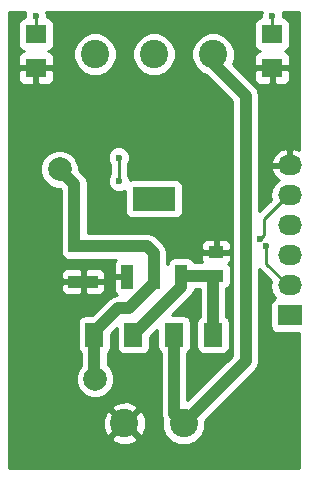
<source format=gbr>
G04 #@! TF.FileFunction,Copper,L1,Top,Signal*
%FSLAX46Y46*%
G04 Gerber Fmt 4.6, Leading zero omitted, Abs format (unit mm)*
G04 Created by KiCad (PCBNEW 4.0.2-stable) date Fri May 27 18:17:46 2016*
%MOMM*%
G01*
G04 APERTURE LIST*
%ADD10C,0.100000*%
%ADD11R,2.032000X1.727200*%
%ADD12O,2.032000X1.727200*%
%ADD13R,1.250000X1.000000*%
%ADD14R,2.500000X1.000000*%
%ADD15R,3.657600X2.032000*%
%ADD16R,1.016000X2.032000*%
%ADD17R,1.800860X1.597660*%
%ADD18R,1.524000X2.032000*%
%ADD19C,2.400000*%
%ADD20C,2.000000*%
%ADD21C,0.600000*%
%ADD22C,1.000000*%
%ADD23C,0.250000*%
%ADD24C,0.254000*%
G04 APERTURE END LIST*
D10*
D11*
X76500000Y-45370000D03*
D12*
X76500000Y-42830000D03*
X76500000Y-40290000D03*
X76500000Y-37750000D03*
X76500000Y-35210000D03*
X76500000Y-32670000D03*
D13*
X70250000Y-42000000D03*
X70250000Y-40000000D03*
D14*
X59000000Y-39500000D03*
X59000000Y-42500000D03*
D15*
X65000000Y-35500000D03*
D16*
X65000000Y-42104000D03*
X67286000Y-42104000D03*
X62714000Y-42104000D03*
D17*
X75000000Y-21580140D03*
X75000000Y-24419860D03*
X55000000Y-21580140D03*
X55000000Y-24419860D03*
D18*
X70000000Y-47000000D03*
X66698000Y-47000000D03*
X63250000Y-47000000D03*
X59948000Y-47000000D03*
D19*
X60000000Y-23250000D03*
X70000000Y-23250000D03*
X65000000Y-23250000D03*
X62500000Y-54500000D03*
X67500000Y-54500000D03*
D20*
X57000000Y-45000000D03*
X61500000Y-28250000D03*
X57000000Y-33000000D03*
X60000000Y-50750000D03*
D21*
X75000000Y-20000000D03*
X55000000Y-20000000D03*
X74500000Y-39500000D03*
X62000000Y-32000000D03*
X62000000Y-34000000D03*
X74000000Y-38875010D03*
D22*
X70250000Y-42000000D02*
X67390000Y-42000000D01*
X67390000Y-42000000D02*
X67286000Y-42104000D01*
X70000000Y-47000000D02*
X70000000Y-42250000D01*
X70000000Y-42250000D02*
X70250000Y-42000000D01*
X63250000Y-47000000D02*
X67286000Y-42964000D01*
X57999999Y-33999999D02*
X57000000Y-33000000D01*
X58250000Y-34250000D02*
X57999999Y-33999999D01*
X58250000Y-39500000D02*
X58250000Y-34250000D01*
X59948000Y-47000000D02*
X59948000Y-50698000D01*
X59948000Y-50698000D02*
X60000000Y-50750000D01*
X65000000Y-42104000D02*
X65000000Y-40088000D01*
X65000000Y-40088000D02*
X64412000Y-39500000D01*
X64412000Y-39500000D02*
X58250000Y-39500000D01*
X61944000Y-44750000D02*
X62862000Y-44750000D01*
X62862000Y-44750000D02*
X65000000Y-42612000D01*
X65000000Y-42612000D02*
X65000000Y-42104000D01*
X59948000Y-47000000D02*
X59948000Y-46746000D01*
X59948000Y-46746000D02*
X61944000Y-44750000D01*
D23*
X75000000Y-21001020D02*
X75000000Y-20000000D01*
X55000000Y-21001020D02*
X55000000Y-20000000D01*
X74500000Y-39500000D02*
X74500000Y-40982400D01*
X74500000Y-40982400D02*
X76347600Y-42830000D01*
X76347600Y-42830000D02*
X76500000Y-42830000D01*
X76347600Y-42790000D02*
X76500000Y-42790000D01*
X62000000Y-34000000D02*
X62000000Y-32000000D01*
D22*
X67500000Y-54500000D02*
X72750000Y-49250000D01*
X72750000Y-49250000D02*
X72750000Y-26750000D01*
X72750000Y-26750000D02*
X70000000Y-24000000D01*
X70000000Y-24000000D02*
X70000000Y-23250000D01*
X66698000Y-47000000D02*
X66698000Y-53698000D01*
X66698000Y-53698000D02*
X67500000Y-54500000D01*
D23*
X74750000Y-36767600D02*
X75000000Y-36517600D01*
X74000000Y-38875010D02*
X74299999Y-38575011D01*
X75000000Y-36517600D02*
X76347600Y-35170000D01*
X74299999Y-38575011D02*
X74299999Y-37217601D01*
X74299999Y-37217601D02*
X75000000Y-36517600D01*
X76347600Y-35170000D02*
X76500000Y-35170000D01*
D24*
G36*
X54065162Y-19813201D02*
X54064877Y-20140398D01*
X53864253Y-20178148D01*
X53648129Y-20317220D01*
X53503139Y-20529420D01*
X53452130Y-20781310D01*
X53452130Y-22378970D01*
X53496408Y-22614287D01*
X53635480Y-22830411D01*
X53847680Y-22975401D01*
X53949259Y-22995971D01*
X53739871Y-23082703D01*
X53561243Y-23261332D01*
X53464570Y-23494721D01*
X53464570Y-24134110D01*
X53623320Y-24292860D01*
X54873000Y-24292860D01*
X54873000Y-24272860D01*
X55127000Y-24272860D01*
X55127000Y-24292860D01*
X56376680Y-24292860D01*
X56535430Y-24134110D01*
X56535430Y-23613403D01*
X58164682Y-23613403D01*
X58443455Y-24288086D01*
X58959199Y-24804730D01*
X59633395Y-25084681D01*
X60363403Y-25085318D01*
X61038086Y-24806545D01*
X61554730Y-24290801D01*
X61834681Y-23616605D01*
X61834683Y-23613403D01*
X63164682Y-23613403D01*
X63443455Y-24288086D01*
X63959199Y-24804730D01*
X64633395Y-25084681D01*
X65363403Y-25085318D01*
X66038086Y-24806545D01*
X66554730Y-24290801D01*
X66834681Y-23616605D01*
X66835318Y-22886597D01*
X66556545Y-22211914D01*
X66040801Y-21695270D01*
X65366605Y-21415319D01*
X64636597Y-21414682D01*
X63961914Y-21693455D01*
X63445270Y-22209199D01*
X63165319Y-22883395D01*
X63164682Y-23613403D01*
X61834683Y-23613403D01*
X61835318Y-22886597D01*
X61556545Y-22211914D01*
X61040801Y-21695270D01*
X60366605Y-21415319D01*
X59636597Y-21414682D01*
X58961914Y-21693455D01*
X58445270Y-22209199D01*
X58165319Y-22883395D01*
X58164682Y-23613403D01*
X56535430Y-23613403D01*
X56535430Y-23494721D01*
X56438757Y-23261332D01*
X56260129Y-23082703D01*
X56054319Y-22997454D01*
X56135747Y-22982132D01*
X56351871Y-22843060D01*
X56496861Y-22630860D01*
X56547870Y-22378970D01*
X56547870Y-20781310D01*
X56503592Y-20545993D01*
X56364520Y-20329869D01*
X56152320Y-20184879D01*
X55934878Y-20140846D01*
X55935162Y-19814833D01*
X55891846Y-19710000D01*
X74108015Y-19710000D01*
X74065162Y-19813201D01*
X74064877Y-20140398D01*
X73864253Y-20178148D01*
X73648129Y-20317220D01*
X73503139Y-20529420D01*
X73452130Y-20781310D01*
X73452130Y-22378970D01*
X73496408Y-22614287D01*
X73635480Y-22830411D01*
X73847680Y-22975401D01*
X73949259Y-22995971D01*
X73739871Y-23082703D01*
X73561243Y-23261332D01*
X73464570Y-23494721D01*
X73464570Y-24134110D01*
X73623320Y-24292860D01*
X74873000Y-24292860D01*
X74873000Y-24272860D01*
X75127000Y-24272860D01*
X75127000Y-24292860D01*
X76376680Y-24292860D01*
X76535430Y-24134110D01*
X76535430Y-23494721D01*
X76438757Y-23261332D01*
X76260129Y-23082703D01*
X76054319Y-22997454D01*
X76135747Y-22982132D01*
X76351871Y-22843060D01*
X76496861Y-22630860D01*
X76547870Y-22378970D01*
X76547870Y-20781310D01*
X76503592Y-20545993D01*
X76364520Y-20329869D01*
X76152320Y-20184879D01*
X75934878Y-20140846D01*
X75935162Y-19814833D01*
X75891846Y-19710000D01*
X77290000Y-19710000D01*
X77290000Y-31334559D01*
X76861913Y-31184816D01*
X76627000Y-31329076D01*
X76627000Y-32543000D01*
X76647000Y-32543000D01*
X76647000Y-32797000D01*
X76627000Y-32797000D01*
X76627000Y-32817000D01*
X76373000Y-32817000D01*
X76373000Y-32797000D01*
X75013783Y-32797000D01*
X74892642Y-33029026D01*
X74895291Y-33044791D01*
X75149268Y-33572036D01*
X75565069Y-33943539D01*
X75255585Y-34150330D01*
X74930729Y-34636511D01*
X74816655Y-35210000D01*
X74885698Y-35557100D01*
X73885000Y-36557798D01*
X73885000Y-32310974D01*
X74892642Y-32310974D01*
X75013783Y-32543000D01*
X76373000Y-32543000D01*
X76373000Y-31329076D01*
X76138087Y-31184816D01*
X75585680Y-31378046D01*
X75149268Y-31767964D01*
X74895291Y-32295209D01*
X74892642Y-32310974D01*
X73885000Y-32310974D01*
X73885000Y-26750000D01*
X73798603Y-26315654D01*
X73552566Y-25947434D01*
X72310742Y-24705610D01*
X73464570Y-24705610D01*
X73464570Y-25344999D01*
X73561243Y-25578388D01*
X73739871Y-25757017D01*
X73973260Y-25853690D01*
X74714250Y-25853690D01*
X74873000Y-25694940D01*
X74873000Y-24546860D01*
X75127000Y-24546860D01*
X75127000Y-25694940D01*
X75285750Y-25853690D01*
X76026740Y-25853690D01*
X76260129Y-25757017D01*
X76438757Y-25578388D01*
X76535430Y-25344999D01*
X76535430Y-24705610D01*
X76376680Y-24546860D01*
X75127000Y-24546860D01*
X74873000Y-24546860D01*
X73623320Y-24546860D01*
X73464570Y-24705610D01*
X72310742Y-24705610D01*
X71654840Y-24049708D01*
X71834681Y-23616605D01*
X71835318Y-22886597D01*
X71556545Y-22211914D01*
X71040801Y-21695270D01*
X70366605Y-21415319D01*
X69636597Y-21414682D01*
X68961914Y-21693455D01*
X68445270Y-22209199D01*
X68165319Y-22883395D01*
X68164682Y-23613403D01*
X68443455Y-24288086D01*
X68959199Y-24804730D01*
X69370304Y-24975436D01*
X71615000Y-27220132D01*
X71615000Y-48779868D01*
X67833000Y-52561868D01*
X67833000Y-48530565D01*
X67911441Y-48480090D01*
X68056431Y-48267890D01*
X68107440Y-48016000D01*
X68107440Y-45984000D01*
X68063162Y-45748683D01*
X67924090Y-45532559D01*
X67711890Y-45387569D01*
X67460000Y-45336560D01*
X66518572Y-45336560D01*
X68088566Y-43766566D01*
X68184132Y-43623541D01*
X68245441Y-43584090D01*
X68390431Y-43371890D01*
X68438402Y-43135000D01*
X68865000Y-43135000D01*
X68865000Y-45469435D01*
X68786559Y-45519910D01*
X68641569Y-45732110D01*
X68590560Y-45984000D01*
X68590560Y-48016000D01*
X68634838Y-48251317D01*
X68773910Y-48467441D01*
X68986110Y-48612431D01*
X69238000Y-48663440D01*
X70762000Y-48663440D01*
X70997317Y-48619162D01*
X71213441Y-48480090D01*
X71358431Y-48267890D01*
X71409440Y-48016000D01*
X71409440Y-45984000D01*
X71365162Y-45748683D01*
X71226090Y-45532559D01*
X71135000Y-45470320D01*
X71135000Y-43087279D01*
X71326441Y-42964090D01*
X71471431Y-42751890D01*
X71522440Y-42500000D01*
X71522440Y-41500000D01*
X71478162Y-41264683D01*
X71339090Y-41048559D01*
X71270994Y-41002031D01*
X71413327Y-40859698D01*
X71510000Y-40626309D01*
X71510000Y-40285750D01*
X71351250Y-40127000D01*
X70377000Y-40127000D01*
X70377000Y-40147000D01*
X70123000Y-40147000D01*
X70123000Y-40127000D01*
X69148750Y-40127000D01*
X68990000Y-40285750D01*
X68990000Y-40626309D01*
X69086673Y-40859698D01*
X69091975Y-40865000D01*
X68399480Y-40865000D01*
X68397162Y-40852683D01*
X68258090Y-40636559D01*
X68045890Y-40491569D01*
X67794000Y-40440560D01*
X66778000Y-40440560D01*
X66542683Y-40484838D01*
X66326559Y-40623910D01*
X66181569Y-40836110D01*
X66143457Y-41024314D01*
X66135000Y-40979371D01*
X66135000Y-40088000D01*
X66117496Y-40000000D01*
X66048604Y-39653655D01*
X65861538Y-39373691D01*
X68990000Y-39373691D01*
X68990000Y-39714250D01*
X69148750Y-39873000D01*
X70123000Y-39873000D01*
X70123000Y-39023750D01*
X70377000Y-39023750D01*
X70377000Y-39873000D01*
X71351250Y-39873000D01*
X71510000Y-39714250D01*
X71510000Y-39373691D01*
X71413327Y-39140302D01*
X71234699Y-38961673D01*
X71001310Y-38865000D01*
X70535750Y-38865000D01*
X70377000Y-39023750D01*
X70123000Y-39023750D01*
X69964250Y-38865000D01*
X69498690Y-38865000D01*
X69265301Y-38961673D01*
X69086673Y-39140302D01*
X68990000Y-39373691D01*
X65861538Y-39373691D01*
X65802566Y-39285434D01*
X65214566Y-38697434D01*
X65016122Y-38564838D01*
X64846346Y-38451397D01*
X64412000Y-38365000D01*
X60311431Y-38365000D01*
X60250000Y-38352560D01*
X59385000Y-38352560D01*
X59385000Y-34250000D01*
X59298603Y-33815654D01*
X59052566Y-33447434D01*
X58634975Y-33029843D01*
X58635284Y-32676205D01*
X58432391Y-32185167D01*
X61064838Y-32185167D01*
X61206883Y-32528943D01*
X61240000Y-32562118D01*
X61240000Y-33437537D01*
X61207808Y-33469673D01*
X61065162Y-33813201D01*
X61064838Y-34185167D01*
X61206883Y-34528943D01*
X61469673Y-34792192D01*
X61813201Y-34934838D01*
X62185167Y-34935162D01*
X62523760Y-34795259D01*
X62523760Y-36516000D01*
X62568038Y-36751317D01*
X62707110Y-36967441D01*
X62919310Y-37112431D01*
X63171200Y-37163440D01*
X66828800Y-37163440D01*
X67064117Y-37119162D01*
X67280241Y-36980090D01*
X67425231Y-36767890D01*
X67476240Y-36516000D01*
X67476240Y-34484000D01*
X67431962Y-34248683D01*
X67292890Y-34032559D01*
X67080690Y-33887569D01*
X66828800Y-33836560D01*
X63171200Y-33836560D01*
X62935883Y-33880838D01*
X62935104Y-33881339D01*
X62935162Y-33814833D01*
X62793117Y-33471057D01*
X62760000Y-33437882D01*
X62760000Y-32562463D01*
X62792192Y-32530327D01*
X62934838Y-32186799D01*
X62935162Y-31814833D01*
X62793117Y-31471057D01*
X62530327Y-31207808D01*
X62186799Y-31065162D01*
X61814833Y-31064838D01*
X61471057Y-31206883D01*
X61207808Y-31469673D01*
X61065162Y-31813201D01*
X61064838Y-32185167D01*
X58432391Y-32185167D01*
X58386894Y-32075057D01*
X57927363Y-31614722D01*
X57326648Y-31365284D01*
X56676205Y-31364716D01*
X56075057Y-31613106D01*
X55614722Y-32072637D01*
X55365284Y-32673352D01*
X55364716Y-33323795D01*
X55613106Y-33924943D01*
X56072637Y-34385278D01*
X56673352Y-34634716D01*
X57029895Y-34635027D01*
X57115000Y-34720132D01*
X57115000Y-38938569D01*
X57102560Y-39000000D01*
X57102560Y-40000000D01*
X57146838Y-40235317D01*
X57285910Y-40451441D01*
X57498110Y-40596431D01*
X57750000Y-40647440D01*
X60250000Y-40647440D01*
X60316113Y-40635000D01*
X61760975Y-40635000D01*
X61667673Y-40728301D01*
X61571000Y-40961690D01*
X61571000Y-41818250D01*
X61729750Y-41977000D01*
X62587000Y-41977000D01*
X62587000Y-41957000D01*
X62841000Y-41957000D01*
X62841000Y-41977000D01*
X62861000Y-41977000D01*
X62861000Y-42231000D01*
X62841000Y-42231000D01*
X62841000Y-42251000D01*
X62587000Y-42251000D01*
X62587000Y-42231000D01*
X61729750Y-42231000D01*
X61571000Y-42389750D01*
X61571000Y-43246310D01*
X61667673Y-43479699D01*
X61826373Y-43638398D01*
X61509654Y-43701397D01*
X61273845Y-43858960D01*
X61141434Y-43947434D01*
X59752308Y-45336560D01*
X59186000Y-45336560D01*
X58950683Y-45380838D01*
X58734559Y-45519910D01*
X58589569Y-45732110D01*
X58538560Y-45984000D01*
X58538560Y-48016000D01*
X58582838Y-48251317D01*
X58721910Y-48467441D01*
X58813000Y-48529680D01*
X58813000Y-49624705D01*
X58614722Y-49822637D01*
X58365284Y-50423352D01*
X58364716Y-51073795D01*
X58613106Y-51674943D01*
X59072637Y-52135278D01*
X59673352Y-52384716D01*
X60323795Y-52385284D01*
X60924943Y-52136894D01*
X61385278Y-51677363D01*
X61634716Y-51076648D01*
X61635284Y-50426205D01*
X61386894Y-49825057D01*
X61083000Y-49520631D01*
X61083000Y-48530565D01*
X61161441Y-48480090D01*
X61306431Y-48267890D01*
X61357440Y-48016000D01*
X61357440Y-46941692D01*
X61840560Y-46458572D01*
X61840560Y-48016000D01*
X61884838Y-48251317D01*
X62023910Y-48467441D01*
X62236110Y-48612431D01*
X62488000Y-48663440D01*
X64012000Y-48663440D01*
X64247317Y-48619162D01*
X64463441Y-48480090D01*
X64608431Y-48267890D01*
X64659440Y-48016000D01*
X64659440Y-47195692D01*
X65288560Y-46566572D01*
X65288560Y-48016000D01*
X65332838Y-48251317D01*
X65471910Y-48467441D01*
X65563000Y-48529680D01*
X65563000Y-53698000D01*
X65649397Y-54132346D01*
X65665299Y-54156145D01*
X65664682Y-54863403D01*
X65943455Y-55538086D01*
X66459199Y-56054730D01*
X67133395Y-56334681D01*
X67863403Y-56335318D01*
X68538086Y-56056545D01*
X69054730Y-55540801D01*
X69334681Y-54866605D01*
X69335202Y-54269930D01*
X73552566Y-50052566D01*
X73657558Y-49895434D01*
X73798603Y-49684346D01*
X73885000Y-49250000D01*
X73885000Y-41403666D01*
X73962599Y-41519801D01*
X74892334Y-42449536D01*
X74816655Y-42830000D01*
X74930729Y-43403489D01*
X75255585Y-43889670D01*
X75269913Y-43899243D01*
X75248683Y-43903238D01*
X75032559Y-44042310D01*
X74887569Y-44254510D01*
X74836560Y-44506400D01*
X74836560Y-46233600D01*
X74880838Y-46468917D01*
X75019910Y-46685041D01*
X75232110Y-46830031D01*
X75484000Y-46881040D01*
X77290000Y-46881040D01*
X77290000Y-58290000D01*
X52710000Y-58290000D01*
X52710000Y-55797175D01*
X61382430Y-55797175D01*
X61505565Y-56084788D01*
X62187734Y-56344707D01*
X62917443Y-56323786D01*
X63494435Y-56084788D01*
X63617570Y-55797175D01*
X62500000Y-54679605D01*
X61382430Y-55797175D01*
X52710000Y-55797175D01*
X52710000Y-54187734D01*
X60655293Y-54187734D01*
X60676214Y-54917443D01*
X60915212Y-55494435D01*
X61202825Y-55617570D01*
X62320395Y-54500000D01*
X62679605Y-54500000D01*
X63797175Y-55617570D01*
X64084788Y-55494435D01*
X64344707Y-54812266D01*
X64323786Y-54082557D01*
X64084788Y-53505565D01*
X63797175Y-53382430D01*
X62679605Y-54500000D01*
X62320395Y-54500000D01*
X61202825Y-53382430D01*
X60915212Y-53505565D01*
X60655293Y-54187734D01*
X52710000Y-54187734D01*
X52710000Y-53202825D01*
X61382430Y-53202825D01*
X62500000Y-54320395D01*
X63617570Y-53202825D01*
X63494435Y-52915212D01*
X62812266Y-52655293D01*
X62082557Y-52676214D01*
X61505565Y-52915212D01*
X61382430Y-53202825D01*
X52710000Y-53202825D01*
X52710000Y-42785750D01*
X57115000Y-42785750D01*
X57115000Y-43126309D01*
X57211673Y-43359698D01*
X57390301Y-43538327D01*
X57623690Y-43635000D01*
X58714250Y-43635000D01*
X58873000Y-43476250D01*
X58873000Y-42627000D01*
X59127000Y-42627000D01*
X59127000Y-43476250D01*
X59285750Y-43635000D01*
X60376310Y-43635000D01*
X60609699Y-43538327D01*
X60788327Y-43359698D01*
X60885000Y-43126309D01*
X60885000Y-42785750D01*
X60726250Y-42627000D01*
X59127000Y-42627000D01*
X58873000Y-42627000D01*
X57273750Y-42627000D01*
X57115000Y-42785750D01*
X52710000Y-42785750D01*
X52710000Y-41873691D01*
X57115000Y-41873691D01*
X57115000Y-42214250D01*
X57273750Y-42373000D01*
X58873000Y-42373000D01*
X58873000Y-41523750D01*
X59127000Y-41523750D01*
X59127000Y-42373000D01*
X60726250Y-42373000D01*
X60885000Y-42214250D01*
X60885000Y-41873691D01*
X60788327Y-41640302D01*
X60609699Y-41461673D01*
X60376310Y-41365000D01*
X59285750Y-41365000D01*
X59127000Y-41523750D01*
X58873000Y-41523750D01*
X58714250Y-41365000D01*
X57623690Y-41365000D01*
X57390301Y-41461673D01*
X57211673Y-41640302D01*
X57115000Y-41873691D01*
X52710000Y-41873691D01*
X52710000Y-24705610D01*
X53464570Y-24705610D01*
X53464570Y-25344999D01*
X53561243Y-25578388D01*
X53739871Y-25757017D01*
X53973260Y-25853690D01*
X54714250Y-25853690D01*
X54873000Y-25694940D01*
X54873000Y-24546860D01*
X55127000Y-24546860D01*
X55127000Y-25694940D01*
X55285750Y-25853690D01*
X56026740Y-25853690D01*
X56260129Y-25757017D01*
X56438757Y-25578388D01*
X56535430Y-25344999D01*
X56535430Y-24705610D01*
X56376680Y-24546860D01*
X55127000Y-24546860D01*
X54873000Y-24546860D01*
X53623320Y-24546860D01*
X53464570Y-24705610D01*
X52710000Y-24705610D01*
X52710000Y-19710000D01*
X54108015Y-19710000D01*
X54065162Y-19813201D01*
X54065162Y-19813201D01*
G37*
X54065162Y-19813201D02*
X54064877Y-20140398D01*
X53864253Y-20178148D01*
X53648129Y-20317220D01*
X53503139Y-20529420D01*
X53452130Y-20781310D01*
X53452130Y-22378970D01*
X53496408Y-22614287D01*
X53635480Y-22830411D01*
X53847680Y-22975401D01*
X53949259Y-22995971D01*
X53739871Y-23082703D01*
X53561243Y-23261332D01*
X53464570Y-23494721D01*
X53464570Y-24134110D01*
X53623320Y-24292860D01*
X54873000Y-24292860D01*
X54873000Y-24272860D01*
X55127000Y-24272860D01*
X55127000Y-24292860D01*
X56376680Y-24292860D01*
X56535430Y-24134110D01*
X56535430Y-23613403D01*
X58164682Y-23613403D01*
X58443455Y-24288086D01*
X58959199Y-24804730D01*
X59633395Y-25084681D01*
X60363403Y-25085318D01*
X61038086Y-24806545D01*
X61554730Y-24290801D01*
X61834681Y-23616605D01*
X61834683Y-23613403D01*
X63164682Y-23613403D01*
X63443455Y-24288086D01*
X63959199Y-24804730D01*
X64633395Y-25084681D01*
X65363403Y-25085318D01*
X66038086Y-24806545D01*
X66554730Y-24290801D01*
X66834681Y-23616605D01*
X66835318Y-22886597D01*
X66556545Y-22211914D01*
X66040801Y-21695270D01*
X65366605Y-21415319D01*
X64636597Y-21414682D01*
X63961914Y-21693455D01*
X63445270Y-22209199D01*
X63165319Y-22883395D01*
X63164682Y-23613403D01*
X61834683Y-23613403D01*
X61835318Y-22886597D01*
X61556545Y-22211914D01*
X61040801Y-21695270D01*
X60366605Y-21415319D01*
X59636597Y-21414682D01*
X58961914Y-21693455D01*
X58445270Y-22209199D01*
X58165319Y-22883395D01*
X58164682Y-23613403D01*
X56535430Y-23613403D01*
X56535430Y-23494721D01*
X56438757Y-23261332D01*
X56260129Y-23082703D01*
X56054319Y-22997454D01*
X56135747Y-22982132D01*
X56351871Y-22843060D01*
X56496861Y-22630860D01*
X56547870Y-22378970D01*
X56547870Y-20781310D01*
X56503592Y-20545993D01*
X56364520Y-20329869D01*
X56152320Y-20184879D01*
X55934878Y-20140846D01*
X55935162Y-19814833D01*
X55891846Y-19710000D01*
X74108015Y-19710000D01*
X74065162Y-19813201D01*
X74064877Y-20140398D01*
X73864253Y-20178148D01*
X73648129Y-20317220D01*
X73503139Y-20529420D01*
X73452130Y-20781310D01*
X73452130Y-22378970D01*
X73496408Y-22614287D01*
X73635480Y-22830411D01*
X73847680Y-22975401D01*
X73949259Y-22995971D01*
X73739871Y-23082703D01*
X73561243Y-23261332D01*
X73464570Y-23494721D01*
X73464570Y-24134110D01*
X73623320Y-24292860D01*
X74873000Y-24292860D01*
X74873000Y-24272860D01*
X75127000Y-24272860D01*
X75127000Y-24292860D01*
X76376680Y-24292860D01*
X76535430Y-24134110D01*
X76535430Y-23494721D01*
X76438757Y-23261332D01*
X76260129Y-23082703D01*
X76054319Y-22997454D01*
X76135747Y-22982132D01*
X76351871Y-22843060D01*
X76496861Y-22630860D01*
X76547870Y-22378970D01*
X76547870Y-20781310D01*
X76503592Y-20545993D01*
X76364520Y-20329869D01*
X76152320Y-20184879D01*
X75934878Y-20140846D01*
X75935162Y-19814833D01*
X75891846Y-19710000D01*
X77290000Y-19710000D01*
X77290000Y-31334559D01*
X76861913Y-31184816D01*
X76627000Y-31329076D01*
X76627000Y-32543000D01*
X76647000Y-32543000D01*
X76647000Y-32797000D01*
X76627000Y-32797000D01*
X76627000Y-32817000D01*
X76373000Y-32817000D01*
X76373000Y-32797000D01*
X75013783Y-32797000D01*
X74892642Y-33029026D01*
X74895291Y-33044791D01*
X75149268Y-33572036D01*
X75565069Y-33943539D01*
X75255585Y-34150330D01*
X74930729Y-34636511D01*
X74816655Y-35210000D01*
X74885698Y-35557100D01*
X73885000Y-36557798D01*
X73885000Y-32310974D01*
X74892642Y-32310974D01*
X75013783Y-32543000D01*
X76373000Y-32543000D01*
X76373000Y-31329076D01*
X76138087Y-31184816D01*
X75585680Y-31378046D01*
X75149268Y-31767964D01*
X74895291Y-32295209D01*
X74892642Y-32310974D01*
X73885000Y-32310974D01*
X73885000Y-26750000D01*
X73798603Y-26315654D01*
X73552566Y-25947434D01*
X72310742Y-24705610D01*
X73464570Y-24705610D01*
X73464570Y-25344999D01*
X73561243Y-25578388D01*
X73739871Y-25757017D01*
X73973260Y-25853690D01*
X74714250Y-25853690D01*
X74873000Y-25694940D01*
X74873000Y-24546860D01*
X75127000Y-24546860D01*
X75127000Y-25694940D01*
X75285750Y-25853690D01*
X76026740Y-25853690D01*
X76260129Y-25757017D01*
X76438757Y-25578388D01*
X76535430Y-25344999D01*
X76535430Y-24705610D01*
X76376680Y-24546860D01*
X75127000Y-24546860D01*
X74873000Y-24546860D01*
X73623320Y-24546860D01*
X73464570Y-24705610D01*
X72310742Y-24705610D01*
X71654840Y-24049708D01*
X71834681Y-23616605D01*
X71835318Y-22886597D01*
X71556545Y-22211914D01*
X71040801Y-21695270D01*
X70366605Y-21415319D01*
X69636597Y-21414682D01*
X68961914Y-21693455D01*
X68445270Y-22209199D01*
X68165319Y-22883395D01*
X68164682Y-23613403D01*
X68443455Y-24288086D01*
X68959199Y-24804730D01*
X69370304Y-24975436D01*
X71615000Y-27220132D01*
X71615000Y-48779868D01*
X67833000Y-52561868D01*
X67833000Y-48530565D01*
X67911441Y-48480090D01*
X68056431Y-48267890D01*
X68107440Y-48016000D01*
X68107440Y-45984000D01*
X68063162Y-45748683D01*
X67924090Y-45532559D01*
X67711890Y-45387569D01*
X67460000Y-45336560D01*
X66518572Y-45336560D01*
X68088566Y-43766566D01*
X68184132Y-43623541D01*
X68245441Y-43584090D01*
X68390431Y-43371890D01*
X68438402Y-43135000D01*
X68865000Y-43135000D01*
X68865000Y-45469435D01*
X68786559Y-45519910D01*
X68641569Y-45732110D01*
X68590560Y-45984000D01*
X68590560Y-48016000D01*
X68634838Y-48251317D01*
X68773910Y-48467441D01*
X68986110Y-48612431D01*
X69238000Y-48663440D01*
X70762000Y-48663440D01*
X70997317Y-48619162D01*
X71213441Y-48480090D01*
X71358431Y-48267890D01*
X71409440Y-48016000D01*
X71409440Y-45984000D01*
X71365162Y-45748683D01*
X71226090Y-45532559D01*
X71135000Y-45470320D01*
X71135000Y-43087279D01*
X71326441Y-42964090D01*
X71471431Y-42751890D01*
X71522440Y-42500000D01*
X71522440Y-41500000D01*
X71478162Y-41264683D01*
X71339090Y-41048559D01*
X71270994Y-41002031D01*
X71413327Y-40859698D01*
X71510000Y-40626309D01*
X71510000Y-40285750D01*
X71351250Y-40127000D01*
X70377000Y-40127000D01*
X70377000Y-40147000D01*
X70123000Y-40147000D01*
X70123000Y-40127000D01*
X69148750Y-40127000D01*
X68990000Y-40285750D01*
X68990000Y-40626309D01*
X69086673Y-40859698D01*
X69091975Y-40865000D01*
X68399480Y-40865000D01*
X68397162Y-40852683D01*
X68258090Y-40636559D01*
X68045890Y-40491569D01*
X67794000Y-40440560D01*
X66778000Y-40440560D01*
X66542683Y-40484838D01*
X66326559Y-40623910D01*
X66181569Y-40836110D01*
X66143457Y-41024314D01*
X66135000Y-40979371D01*
X66135000Y-40088000D01*
X66117496Y-40000000D01*
X66048604Y-39653655D01*
X65861538Y-39373691D01*
X68990000Y-39373691D01*
X68990000Y-39714250D01*
X69148750Y-39873000D01*
X70123000Y-39873000D01*
X70123000Y-39023750D01*
X70377000Y-39023750D01*
X70377000Y-39873000D01*
X71351250Y-39873000D01*
X71510000Y-39714250D01*
X71510000Y-39373691D01*
X71413327Y-39140302D01*
X71234699Y-38961673D01*
X71001310Y-38865000D01*
X70535750Y-38865000D01*
X70377000Y-39023750D01*
X70123000Y-39023750D01*
X69964250Y-38865000D01*
X69498690Y-38865000D01*
X69265301Y-38961673D01*
X69086673Y-39140302D01*
X68990000Y-39373691D01*
X65861538Y-39373691D01*
X65802566Y-39285434D01*
X65214566Y-38697434D01*
X65016122Y-38564838D01*
X64846346Y-38451397D01*
X64412000Y-38365000D01*
X60311431Y-38365000D01*
X60250000Y-38352560D01*
X59385000Y-38352560D01*
X59385000Y-34250000D01*
X59298603Y-33815654D01*
X59052566Y-33447434D01*
X58634975Y-33029843D01*
X58635284Y-32676205D01*
X58432391Y-32185167D01*
X61064838Y-32185167D01*
X61206883Y-32528943D01*
X61240000Y-32562118D01*
X61240000Y-33437537D01*
X61207808Y-33469673D01*
X61065162Y-33813201D01*
X61064838Y-34185167D01*
X61206883Y-34528943D01*
X61469673Y-34792192D01*
X61813201Y-34934838D01*
X62185167Y-34935162D01*
X62523760Y-34795259D01*
X62523760Y-36516000D01*
X62568038Y-36751317D01*
X62707110Y-36967441D01*
X62919310Y-37112431D01*
X63171200Y-37163440D01*
X66828800Y-37163440D01*
X67064117Y-37119162D01*
X67280241Y-36980090D01*
X67425231Y-36767890D01*
X67476240Y-36516000D01*
X67476240Y-34484000D01*
X67431962Y-34248683D01*
X67292890Y-34032559D01*
X67080690Y-33887569D01*
X66828800Y-33836560D01*
X63171200Y-33836560D01*
X62935883Y-33880838D01*
X62935104Y-33881339D01*
X62935162Y-33814833D01*
X62793117Y-33471057D01*
X62760000Y-33437882D01*
X62760000Y-32562463D01*
X62792192Y-32530327D01*
X62934838Y-32186799D01*
X62935162Y-31814833D01*
X62793117Y-31471057D01*
X62530327Y-31207808D01*
X62186799Y-31065162D01*
X61814833Y-31064838D01*
X61471057Y-31206883D01*
X61207808Y-31469673D01*
X61065162Y-31813201D01*
X61064838Y-32185167D01*
X58432391Y-32185167D01*
X58386894Y-32075057D01*
X57927363Y-31614722D01*
X57326648Y-31365284D01*
X56676205Y-31364716D01*
X56075057Y-31613106D01*
X55614722Y-32072637D01*
X55365284Y-32673352D01*
X55364716Y-33323795D01*
X55613106Y-33924943D01*
X56072637Y-34385278D01*
X56673352Y-34634716D01*
X57029895Y-34635027D01*
X57115000Y-34720132D01*
X57115000Y-38938569D01*
X57102560Y-39000000D01*
X57102560Y-40000000D01*
X57146838Y-40235317D01*
X57285910Y-40451441D01*
X57498110Y-40596431D01*
X57750000Y-40647440D01*
X60250000Y-40647440D01*
X60316113Y-40635000D01*
X61760975Y-40635000D01*
X61667673Y-40728301D01*
X61571000Y-40961690D01*
X61571000Y-41818250D01*
X61729750Y-41977000D01*
X62587000Y-41977000D01*
X62587000Y-41957000D01*
X62841000Y-41957000D01*
X62841000Y-41977000D01*
X62861000Y-41977000D01*
X62861000Y-42231000D01*
X62841000Y-42231000D01*
X62841000Y-42251000D01*
X62587000Y-42251000D01*
X62587000Y-42231000D01*
X61729750Y-42231000D01*
X61571000Y-42389750D01*
X61571000Y-43246310D01*
X61667673Y-43479699D01*
X61826373Y-43638398D01*
X61509654Y-43701397D01*
X61273845Y-43858960D01*
X61141434Y-43947434D01*
X59752308Y-45336560D01*
X59186000Y-45336560D01*
X58950683Y-45380838D01*
X58734559Y-45519910D01*
X58589569Y-45732110D01*
X58538560Y-45984000D01*
X58538560Y-48016000D01*
X58582838Y-48251317D01*
X58721910Y-48467441D01*
X58813000Y-48529680D01*
X58813000Y-49624705D01*
X58614722Y-49822637D01*
X58365284Y-50423352D01*
X58364716Y-51073795D01*
X58613106Y-51674943D01*
X59072637Y-52135278D01*
X59673352Y-52384716D01*
X60323795Y-52385284D01*
X60924943Y-52136894D01*
X61385278Y-51677363D01*
X61634716Y-51076648D01*
X61635284Y-50426205D01*
X61386894Y-49825057D01*
X61083000Y-49520631D01*
X61083000Y-48530565D01*
X61161441Y-48480090D01*
X61306431Y-48267890D01*
X61357440Y-48016000D01*
X61357440Y-46941692D01*
X61840560Y-46458572D01*
X61840560Y-48016000D01*
X61884838Y-48251317D01*
X62023910Y-48467441D01*
X62236110Y-48612431D01*
X62488000Y-48663440D01*
X64012000Y-48663440D01*
X64247317Y-48619162D01*
X64463441Y-48480090D01*
X64608431Y-48267890D01*
X64659440Y-48016000D01*
X64659440Y-47195692D01*
X65288560Y-46566572D01*
X65288560Y-48016000D01*
X65332838Y-48251317D01*
X65471910Y-48467441D01*
X65563000Y-48529680D01*
X65563000Y-53698000D01*
X65649397Y-54132346D01*
X65665299Y-54156145D01*
X65664682Y-54863403D01*
X65943455Y-55538086D01*
X66459199Y-56054730D01*
X67133395Y-56334681D01*
X67863403Y-56335318D01*
X68538086Y-56056545D01*
X69054730Y-55540801D01*
X69334681Y-54866605D01*
X69335202Y-54269930D01*
X73552566Y-50052566D01*
X73657558Y-49895434D01*
X73798603Y-49684346D01*
X73885000Y-49250000D01*
X73885000Y-41403666D01*
X73962599Y-41519801D01*
X74892334Y-42449536D01*
X74816655Y-42830000D01*
X74930729Y-43403489D01*
X75255585Y-43889670D01*
X75269913Y-43899243D01*
X75248683Y-43903238D01*
X75032559Y-44042310D01*
X74887569Y-44254510D01*
X74836560Y-44506400D01*
X74836560Y-46233600D01*
X74880838Y-46468917D01*
X75019910Y-46685041D01*
X75232110Y-46830031D01*
X75484000Y-46881040D01*
X77290000Y-46881040D01*
X77290000Y-58290000D01*
X52710000Y-58290000D01*
X52710000Y-55797175D01*
X61382430Y-55797175D01*
X61505565Y-56084788D01*
X62187734Y-56344707D01*
X62917443Y-56323786D01*
X63494435Y-56084788D01*
X63617570Y-55797175D01*
X62500000Y-54679605D01*
X61382430Y-55797175D01*
X52710000Y-55797175D01*
X52710000Y-54187734D01*
X60655293Y-54187734D01*
X60676214Y-54917443D01*
X60915212Y-55494435D01*
X61202825Y-55617570D01*
X62320395Y-54500000D01*
X62679605Y-54500000D01*
X63797175Y-55617570D01*
X64084788Y-55494435D01*
X64344707Y-54812266D01*
X64323786Y-54082557D01*
X64084788Y-53505565D01*
X63797175Y-53382430D01*
X62679605Y-54500000D01*
X62320395Y-54500000D01*
X61202825Y-53382430D01*
X60915212Y-53505565D01*
X60655293Y-54187734D01*
X52710000Y-54187734D01*
X52710000Y-53202825D01*
X61382430Y-53202825D01*
X62500000Y-54320395D01*
X63617570Y-53202825D01*
X63494435Y-52915212D01*
X62812266Y-52655293D01*
X62082557Y-52676214D01*
X61505565Y-52915212D01*
X61382430Y-53202825D01*
X52710000Y-53202825D01*
X52710000Y-42785750D01*
X57115000Y-42785750D01*
X57115000Y-43126309D01*
X57211673Y-43359698D01*
X57390301Y-43538327D01*
X57623690Y-43635000D01*
X58714250Y-43635000D01*
X58873000Y-43476250D01*
X58873000Y-42627000D01*
X59127000Y-42627000D01*
X59127000Y-43476250D01*
X59285750Y-43635000D01*
X60376310Y-43635000D01*
X60609699Y-43538327D01*
X60788327Y-43359698D01*
X60885000Y-43126309D01*
X60885000Y-42785750D01*
X60726250Y-42627000D01*
X59127000Y-42627000D01*
X58873000Y-42627000D01*
X57273750Y-42627000D01*
X57115000Y-42785750D01*
X52710000Y-42785750D01*
X52710000Y-41873691D01*
X57115000Y-41873691D01*
X57115000Y-42214250D01*
X57273750Y-42373000D01*
X58873000Y-42373000D01*
X58873000Y-41523750D01*
X59127000Y-41523750D01*
X59127000Y-42373000D01*
X60726250Y-42373000D01*
X60885000Y-42214250D01*
X60885000Y-41873691D01*
X60788327Y-41640302D01*
X60609699Y-41461673D01*
X60376310Y-41365000D01*
X59285750Y-41365000D01*
X59127000Y-41523750D01*
X58873000Y-41523750D01*
X58714250Y-41365000D01*
X57623690Y-41365000D01*
X57390301Y-41461673D01*
X57211673Y-41640302D01*
X57115000Y-41873691D01*
X52710000Y-41873691D01*
X52710000Y-24705610D01*
X53464570Y-24705610D01*
X53464570Y-25344999D01*
X53561243Y-25578388D01*
X53739871Y-25757017D01*
X53973260Y-25853690D01*
X54714250Y-25853690D01*
X54873000Y-25694940D01*
X54873000Y-24546860D01*
X55127000Y-24546860D01*
X55127000Y-25694940D01*
X55285750Y-25853690D01*
X56026740Y-25853690D01*
X56260129Y-25757017D01*
X56438757Y-25578388D01*
X56535430Y-25344999D01*
X56535430Y-24705610D01*
X56376680Y-24546860D01*
X55127000Y-24546860D01*
X54873000Y-24546860D01*
X53623320Y-24546860D01*
X53464570Y-24705610D01*
X52710000Y-24705610D01*
X52710000Y-19710000D01*
X54108015Y-19710000D01*
X54065162Y-19813201D01*
M02*

</source>
